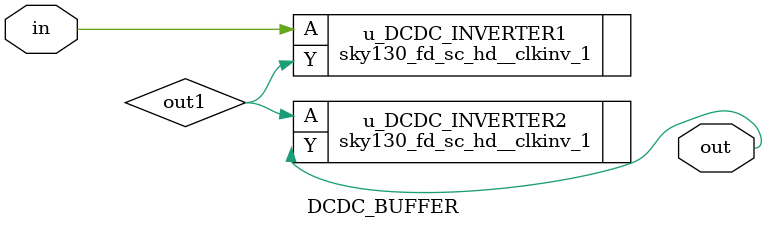
<source format=sv>

module DCDC_BUFFER(
    output logic out, input logic in
);
logic out1;

	sky130_fd_sc_hd__clkinv_1 u_DCDC_INVERTER1(
		.A(in),
		.Y(out1)
	);

	sky130_fd_sc_hd__clkinv_1 u_DCDC_INVERTER2(
		.A(out1),
		.Y(out)
	);
endmodule

</source>
